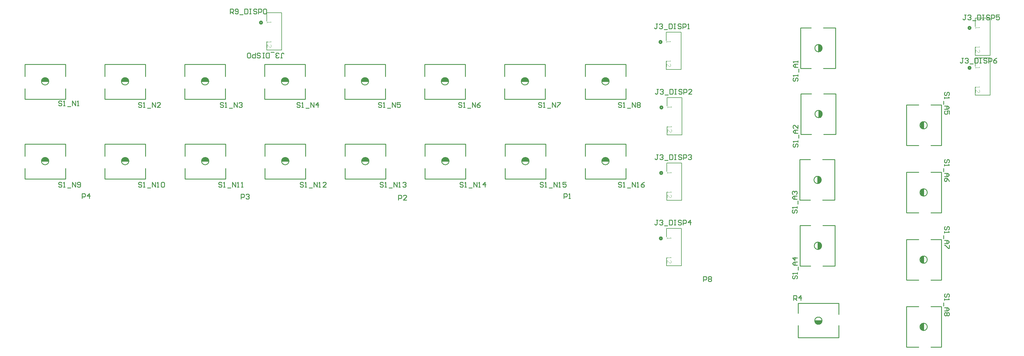
<source format=gto>
G04 Layer_Color=65535*
%FSLAX24Y24*%
%MOIN*%
G70*
G01*
G75*
%ADD10C,0.0100*%
%ADD38C,0.0200*%
%ADD39C,0.0060*%
%ADD40C,0.0030*%
D10*
X103816Y-38142D02*
G03*
X103816Y-38142I-450J0D01*
G01*
X8639Y-8617D02*
G03*
X8639Y-8617I-450J0D01*
G01*
X18482Y-8617D02*
G03*
X18482Y-8617I-450J0D01*
G01*
X28324Y-8617D02*
G03*
X28324Y-8617I-450J0D01*
G01*
X38167Y-8617D02*
G03*
X38167Y-8617I-450J0D01*
G01*
X48009Y-8617D02*
G03*
X48009Y-8617I-450J0D01*
G01*
X57852D02*
G03*
X57852Y-8617I-450J0D01*
G01*
X67694D02*
G03*
X67694Y-8617I-450J0D01*
G01*
X77606Y-8617D02*
G03*
X77606Y-8617I-450J0D01*
G01*
X8639Y-18459D02*
G03*
X8639Y-18459I-450J0D01*
G01*
X18491Y-18459D02*
G03*
X18491Y-18459I-450J0D01*
G01*
X28344D02*
G03*
X28344Y-18459I-450J0D01*
G01*
X38196D02*
G03*
X38196Y-18459I-450J0D01*
G01*
X77606Y-18459D02*
G03*
X77606Y-18459I-450J0D01*
G01*
X67753Y-18459D02*
G03*
X67753Y-18459I-450J0D01*
G01*
X57901D02*
G03*
X57901Y-18459I-450J0D01*
G01*
X48048D02*
G03*
X48048Y-18459I-450J0D01*
G01*
X116763Y-38898D02*
G03*
X116763Y-38898I-450J0D01*
G01*
Y-30612D02*
G03*
X116763Y-30612I-450J0D01*
G01*
X116763Y-22325D02*
G03*
X116763Y-22325I-450J0D01*
G01*
X116763Y-14039D02*
G03*
X116763Y-14039I-450J0D01*
G01*
X103762Y-28898D02*
G03*
X103762Y-28898I-450J0D01*
G01*
X103723Y-20774D02*
G03*
X103723Y-20774I-450J0D01*
G01*
X103841Y-12651D02*
G03*
X103841Y-12651I-450J0D01*
G01*
X103831Y-4528D02*
G03*
X103831Y-4528I-450J0D01*
G01*
X105866Y-40242D02*
Y-38742D01*
X100866Y-40242D02*
Y-38742D01*
Y-37242D02*
Y-35984D01*
X105866D01*
Y-37362D02*
Y-35984D01*
X100866Y-40242D02*
X105866D01*
X102916Y-38142D02*
X103816D01*
X102916D02*
X102966Y-38242D01*
X103766D01*
X103716Y-38342D02*
X103766Y-38242D01*
X102966Y-38342D02*
X103716D01*
X102966D02*
X103066Y-38442D01*
X103666D01*
X103516Y-38492D02*
X103666Y-38442D01*
X103166Y-38492D02*
X103516D01*
X8039Y-8267D02*
X8389D01*
X7889Y-8317D02*
X8039Y-8267D01*
X7889Y-8317D02*
X8489D01*
X8589Y-8417D01*
X7839D02*
X8589D01*
X7789Y-8517D02*
X7839Y-8417D01*
X7789Y-8517D02*
X8589D01*
X8639Y-8617D01*
X7739D02*
X8639D01*
X5689Y-6517D02*
X10689D01*
X5689Y-10817D02*
Y-9517D01*
Y-10817D02*
X10689D01*
Y-9517D01*
Y-8017D02*
Y-6517D01*
X5689Y-8017D02*
Y-6517D01*
X17881Y-8267D02*
X18232D01*
X17731Y-8317D02*
X17881Y-8267D01*
X17731Y-8317D02*
X18332D01*
X18432Y-8417D01*
X17681D02*
X18432D01*
X17631Y-8517D02*
X17681Y-8417D01*
X17631Y-8517D02*
X18432D01*
X18482Y-8617D01*
X17581D02*
X18482D01*
X15532Y-6517D02*
X20531D01*
X15532Y-10817D02*
Y-9517D01*
Y-10817D02*
X20531D01*
Y-9517D01*
Y-8017D02*
Y-6517D01*
X15532Y-8017D02*
Y-6517D01*
X27724Y-8267D02*
X28074D01*
X27574Y-8317D02*
X27724Y-8267D01*
X27574Y-8317D02*
X28174D01*
X28274Y-8417D01*
X27524D02*
X28274D01*
X27474Y-8517D02*
X27524Y-8417D01*
X27474Y-8517D02*
X28274D01*
X28324Y-8617D01*
X27424D02*
X28324D01*
X25374Y-6517D02*
X30374D01*
X25374Y-10817D02*
Y-9517D01*
Y-10817D02*
X30374D01*
Y-9517D01*
Y-8017D02*
Y-6517D01*
X25374Y-8017D02*
Y-6517D01*
X37567Y-8267D02*
X37917D01*
X37417Y-8317D02*
X37567Y-8267D01*
X37417Y-8317D02*
X38017D01*
X38117Y-8417D01*
X37367D02*
X38117D01*
X37317Y-8517D02*
X37367Y-8417D01*
X37317Y-8517D02*
X38117D01*
X38167Y-8617D01*
X37267D02*
X38167D01*
X35217Y-6517D02*
X40217D01*
X35217Y-10817D02*
Y-9517D01*
Y-10817D02*
X40217D01*
Y-9517D01*
Y-8017D02*
Y-6517D01*
X35217Y-8017D02*
Y-6517D01*
X47409Y-8267D02*
X47759D01*
X47259Y-8317D02*
X47409Y-8267D01*
X47259Y-8317D02*
X47859D01*
X47959Y-8417D01*
X47209D02*
X47959D01*
X47159Y-8517D02*
X47209Y-8417D01*
X47159Y-8517D02*
X47959D01*
X48009Y-8617D01*
X47109D02*
X48009D01*
X45059Y-6517D02*
X50059D01*
X45059Y-10817D02*
Y-9517D01*
Y-10817D02*
X50059D01*
Y-9517D01*
Y-8017D02*
Y-6517D01*
X45059Y-8017D02*
Y-6517D01*
X57252Y-8267D02*
X57602D01*
X57102Y-8317D02*
X57252Y-8267D01*
X57102Y-8317D02*
X57702D01*
X57802Y-8417D01*
X57052D02*
X57802D01*
X57002Y-8517D02*
X57052Y-8417D01*
X57002Y-8517D02*
X57802D01*
X57852Y-8617D01*
X56952D02*
X57852D01*
X54902Y-6517D02*
X59902D01*
X54902Y-10817D02*
Y-9517D01*
Y-10817D02*
X59902D01*
Y-9517D01*
Y-8017D02*
Y-6517D01*
X54902Y-8017D02*
Y-6517D01*
X67094Y-8267D02*
X67444D01*
X66944Y-8317D02*
X67094Y-8267D01*
X66944Y-8317D02*
X67544D01*
X67644Y-8417D01*
X66894D02*
X67644D01*
X66844Y-8517D02*
X66894Y-8417D01*
X66844Y-8517D02*
X67644D01*
X67694Y-8617D01*
X66794D02*
X67694D01*
X64744Y-6517D02*
X69744D01*
X64744Y-10817D02*
Y-9517D01*
Y-10817D02*
X69744D01*
Y-9517D01*
Y-8017D02*
Y-6517D01*
X64744Y-8017D02*
Y-6517D01*
X77006Y-8267D02*
X77356D01*
X76856Y-8317D02*
X77006Y-8267D01*
X76856Y-8317D02*
X77456D01*
X77556Y-8417D01*
X76806D02*
X77556D01*
X76756Y-8517D02*
X76806Y-8417D01*
X76756Y-8517D02*
X77556D01*
X77606Y-8617D01*
X76706D02*
X77606D01*
X74656Y-6517D02*
X79656D01*
X74656Y-10817D02*
Y-9517D01*
Y-10817D02*
X79656D01*
Y-9517D01*
Y-8017D02*
Y-6517D01*
X74656Y-8017D02*
Y-6517D01*
X8039Y-18109D02*
X8389D01*
X7889Y-18159D02*
X8039Y-18109D01*
X7889Y-18159D02*
X8489D01*
X8589Y-18259D01*
X7839D02*
X8589D01*
X7789Y-18359D02*
X7839Y-18259D01*
X7789Y-18359D02*
X8589D01*
X8639Y-18459D01*
X7739D02*
X8639D01*
X5689Y-16359D02*
X10689D01*
X5689Y-20659D02*
Y-19359D01*
Y-20659D02*
X10689D01*
Y-19359D01*
Y-17859D02*
Y-16359D01*
X5689Y-17859D02*
Y-16359D01*
X17891Y-18109D02*
X18241D01*
X17741Y-18159D02*
X17891Y-18109D01*
X17741Y-18159D02*
X18341D01*
X18441Y-18259D01*
X17691D02*
X18441D01*
X17641Y-18359D02*
X17691Y-18259D01*
X17641Y-18359D02*
X18441D01*
X18491Y-18459D01*
X17591D02*
X18491D01*
X15541Y-16359D02*
X20541D01*
X15541Y-20659D02*
Y-19359D01*
Y-20659D02*
X20541D01*
Y-19359D01*
Y-17859D02*
Y-16359D01*
X15541Y-17859D02*
Y-16359D01*
X27744Y-18109D02*
X28094D01*
X27594Y-18159D02*
X27744Y-18109D01*
X27594Y-18159D02*
X28194D01*
X28294Y-18259D01*
X27544D02*
X28294D01*
X27494Y-18359D02*
X27544Y-18259D01*
X27494Y-18359D02*
X28294D01*
X28344Y-18459D01*
X27444D02*
X28344D01*
X25394Y-16359D02*
X30394D01*
X25394Y-20659D02*
Y-19359D01*
Y-20659D02*
X30394D01*
Y-19359D01*
Y-17859D02*
Y-16359D01*
X25394Y-17859D02*
Y-16359D01*
X37596Y-18109D02*
X37946D01*
X37446Y-18159D02*
X37596Y-18109D01*
X37446Y-18159D02*
X38046D01*
X38146Y-18259D01*
X37396D02*
X38146D01*
X37346Y-18359D02*
X37396Y-18259D01*
X37346Y-18359D02*
X38146D01*
X38196Y-18459D01*
X37296D02*
X38196D01*
X35246Y-16359D02*
X40246D01*
X35246Y-20659D02*
Y-19359D01*
Y-20659D02*
X40246D01*
Y-19359D01*
Y-17859D02*
Y-16359D01*
X35246Y-17859D02*
Y-16359D01*
X77006Y-18109D02*
X77356D01*
X76856Y-18159D02*
X77006Y-18109D01*
X76856Y-18159D02*
X77456D01*
X77556Y-18259D01*
X76806D02*
X77556D01*
X76756Y-18359D02*
X76806Y-18259D01*
X76756Y-18359D02*
X77556D01*
X77606Y-18459D01*
X76706D02*
X77606D01*
X74656Y-16359D02*
X79656D01*
X74656Y-20659D02*
Y-19359D01*
Y-20659D02*
X79656D01*
Y-19359D01*
Y-17859D02*
Y-16359D01*
X74656Y-17859D02*
Y-16359D01*
X67153Y-18109D02*
X67503D01*
X67003Y-18159D02*
X67153Y-18109D01*
X67003Y-18159D02*
X67603D01*
X67703Y-18259D01*
X66953D02*
X67703D01*
X66903Y-18359D02*
X66953Y-18259D01*
X66903Y-18359D02*
X67703D01*
X67753Y-18459D01*
X66853D02*
X67753D01*
X64803Y-16359D02*
X69803D01*
X64803Y-20659D02*
Y-19359D01*
Y-20659D02*
X69803D01*
Y-19359D01*
Y-17859D02*
Y-16359D01*
X64803Y-17859D02*
Y-16359D01*
X57301Y-18109D02*
X57651D01*
X57151Y-18159D02*
X57301Y-18109D01*
X57151Y-18159D02*
X57751D01*
X57851Y-18259D01*
X57101D02*
X57851D01*
X57051Y-18359D02*
X57101Y-18259D01*
X57051Y-18359D02*
X57851D01*
X57901Y-18459D01*
X57001D02*
X57901D01*
X54951Y-16359D02*
X59951D01*
X54951Y-20659D02*
Y-19359D01*
Y-20659D02*
X59951D01*
Y-19359D01*
Y-17859D02*
Y-16359D01*
X54951Y-17859D02*
Y-16359D01*
X47448Y-18109D02*
X47798D01*
X47298Y-18159D02*
X47448Y-18109D01*
X47298Y-18159D02*
X47898D01*
X47998Y-18259D01*
X47248D02*
X47998D01*
X47198Y-18359D02*
X47248Y-18259D01*
X47198Y-18359D02*
X47998D01*
X48048Y-18459D01*
X47148D02*
X48048D01*
X45098Y-16359D02*
X50098D01*
X45098Y-20659D02*
Y-19359D01*
Y-20659D02*
X50098D01*
Y-19359D01*
Y-17859D02*
Y-16359D01*
X45098Y-17859D02*
Y-16359D01*
X115963Y-39048D02*
Y-38698D01*
Y-39048D02*
X116013Y-39198D01*
Y-38598D01*
X116113Y-38498D01*
Y-39248D02*
Y-38498D01*
Y-39248D02*
X116213Y-39298D01*
Y-38498D01*
X116313Y-38448D01*
Y-39348D02*
Y-38448D01*
X114213Y-41398D02*
Y-36398D01*
X117213Y-41398D02*
X118513D01*
Y-36398D01*
X117213D02*
X118513D01*
X114213D02*
X115713D01*
X114213Y-41398D02*
X115713D01*
X115963Y-30762D02*
Y-30412D01*
Y-30762D02*
X116013Y-30912D01*
Y-30312D01*
X116113Y-30212D01*
Y-30962D02*
Y-30212D01*
Y-30962D02*
X116213Y-31012D01*
Y-30212D01*
X116313Y-30162D01*
Y-31062D02*
Y-30162D01*
X114213Y-33112D02*
Y-28112D01*
X117213Y-33112D02*
X118513D01*
Y-28112D01*
X117213D02*
X118513D01*
X114213D02*
X115713D01*
X114213Y-33112D02*
X115713D01*
X115963Y-22475D02*
Y-22125D01*
Y-22475D02*
X116013Y-22625D01*
Y-22025D01*
X116113Y-21925D01*
Y-22675D02*
Y-21925D01*
Y-22675D02*
X116213Y-22725D01*
Y-21925D01*
X116313Y-21875D01*
Y-22775D02*
Y-21875D01*
X114213Y-24825D02*
Y-19825D01*
X117213Y-24825D02*
X118513D01*
Y-19825D01*
X117213D02*
X118513D01*
X114213D02*
X115713D01*
X114213Y-24825D02*
X115713D01*
X115963Y-14189D02*
Y-13839D01*
Y-14189D02*
X116013Y-14339D01*
Y-13739D01*
X116113Y-13639D01*
Y-14389D02*
Y-13639D01*
Y-14389D02*
X116213Y-14439D01*
Y-13639D01*
X116313Y-13589D01*
Y-14489D02*
Y-13589D01*
X114213Y-16539D02*
Y-11539D01*
X117213Y-16539D02*
X118513D01*
Y-11539D01*
X117213D02*
X118513D01*
X114213D02*
X115713D01*
X114213Y-16539D02*
X115713D01*
X103662Y-29098D02*
Y-28748D01*
X103612Y-28598D02*
X103662Y-28748D01*
X103612Y-29198D02*
Y-28598D01*
X103512Y-29298D02*
X103612Y-29198D01*
X103512Y-29298D02*
Y-28548D01*
X103412Y-28498D02*
X103512Y-28548D01*
X103412Y-29298D02*
Y-28498D01*
X103312Y-29348D02*
X103412Y-29298D01*
X103312Y-29348D02*
Y-28448D01*
X105412Y-31398D02*
Y-26398D01*
X101112D02*
X102412D01*
X101112Y-31398D02*
Y-26398D01*
Y-31398D02*
X102412D01*
X103912D02*
X105412D01*
X103912Y-26398D02*
X105412D01*
X103623Y-20974D02*
Y-20624D01*
X103573Y-20474D02*
X103623Y-20624D01*
X103573Y-21074D02*
Y-20474D01*
X103473Y-21174D02*
X103573Y-21074D01*
X103473Y-21174D02*
Y-20424D01*
X103373Y-20374D02*
X103473Y-20424D01*
X103373Y-21174D02*
Y-20374D01*
X103273Y-21224D02*
X103373Y-21174D01*
X103273Y-21224D02*
Y-20324D01*
X105373Y-23274D02*
Y-18274D01*
X101073D02*
X102373D01*
X101073Y-23274D02*
Y-18274D01*
Y-23274D02*
X102373D01*
X103873D02*
X105373D01*
X103873Y-18274D02*
X105373D01*
X103741Y-12851D02*
Y-12501D01*
X103691Y-12351D02*
X103741Y-12501D01*
X103691Y-12951D02*
Y-12351D01*
X103591Y-13051D02*
X103691Y-12951D01*
X103591Y-13051D02*
Y-12301D01*
X103491Y-12251D02*
X103591Y-12301D01*
X103491Y-13051D02*
Y-12251D01*
X103391Y-13101D02*
X103491Y-13051D01*
X103391Y-13101D02*
Y-12201D01*
X105491Y-15151D02*
Y-10151D01*
X101191D02*
X102491D01*
X101191Y-15151D02*
Y-10151D01*
Y-15151D02*
X102491D01*
X103991D02*
X105491D01*
X103991Y-10151D02*
X105491D01*
X103731Y-4728D02*
Y-4378D01*
X103681Y-4228D02*
X103731Y-4378D01*
X103681Y-4828D02*
Y-4228D01*
X103581Y-4928D02*
X103681Y-4828D01*
X103581Y-4928D02*
Y-4178D01*
X103481Y-4128D02*
X103581Y-4178D01*
X103481Y-4928D02*
Y-4128D01*
X103381Y-4978D02*
X103481Y-4928D01*
X103381Y-4978D02*
Y-4078D01*
X105481Y-7028D02*
Y-2028D01*
X101181D02*
X102481D01*
X101181Y-7028D02*
Y-2028D01*
Y-7028D02*
X102481D01*
X103981D02*
X105481D01*
X103981Y-2028D02*
X105481D01*
X100302Y-35634D02*
Y-35035D01*
X100602D01*
X100702Y-35135D01*
Y-35335D01*
X100602Y-35434D01*
X100302D01*
X100502D02*
X100702Y-35634D01*
X101202D02*
Y-35035D01*
X100902Y-35335D01*
X101302D01*
X37159Y-5718D02*
X37359D01*
X37259D01*
Y-5218D01*
X37359Y-5118D01*
X37459D01*
X37559Y-5218D01*
X36959Y-5618D02*
X36859Y-5718D01*
X36659D01*
X36559Y-5618D01*
Y-5518D01*
X36659Y-5418D01*
X36759D01*
X36659D01*
X36559Y-5318D01*
Y-5218D01*
X36659Y-5118D01*
X36859D01*
X36959Y-5218D01*
X36359Y-5018D02*
X35960D01*
X35760Y-5718D02*
Y-5118D01*
X35460D01*
X35360Y-5218D01*
Y-5618D01*
X35460Y-5718D01*
X35760D01*
X35160D02*
X34960D01*
X35060D01*
Y-5118D01*
X35160D01*
X34960D01*
X34260Y-5618D02*
X34360Y-5718D01*
X34560D01*
X34660Y-5618D01*
Y-5518D01*
X34560Y-5418D01*
X34360D01*
X34260Y-5318D01*
Y-5218D01*
X34360Y-5118D01*
X34560D01*
X34660Y-5218D01*
X34060Y-5118D02*
Y-5718D01*
X33760D01*
X33660Y-5618D01*
Y-5418D01*
X33760Y-5318D01*
X34060D01*
X33460Y-5618D02*
X33360Y-5718D01*
X33160D01*
X33061Y-5618D01*
Y-5218D01*
X33160Y-5118D01*
X33360D01*
X33460Y-5218D01*
Y-5618D01*
X83559Y-1516D02*
X83359D01*
X83459D01*
Y-2016D01*
X83359Y-2116D01*
X83259D01*
X83159Y-2016D01*
X83759Y-1616D02*
X83859Y-1516D01*
X84059D01*
X84159Y-1616D01*
Y-1716D01*
X84059Y-1816D01*
X83959D01*
X84059D01*
X84159Y-1916D01*
Y-2016D01*
X84059Y-2116D01*
X83859D01*
X83759Y-2016D01*
X84359Y-2216D02*
X84759D01*
X84959Y-1516D02*
Y-2116D01*
X85259D01*
X85359Y-2016D01*
Y-1616D01*
X85259Y-1516D01*
X84959D01*
X85559D02*
X85759D01*
X85659D01*
Y-2116D01*
X85559D01*
X85759D01*
X86458Y-1616D02*
X86358Y-1516D01*
X86158D01*
X86059Y-1616D01*
Y-1716D01*
X86158Y-1816D01*
X86358D01*
X86458Y-1916D01*
Y-2016D01*
X86358Y-2116D01*
X86158D01*
X86059Y-2016D01*
X86658Y-2116D02*
Y-1516D01*
X86958D01*
X87058Y-1616D01*
Y-1816D01*
X86958Y-1916D01*
X86658D01*
X87258Y-2116D02*
X87458D01*
X87358D01*
Y-1516D01*
X87258Y-1616D01*
X83668Y-9590D02*
X83468D01*
X83568D01*
Y-10090D01*
X83468Y-10190D01*
X83368D01*
X83268Y-10090D01*
X83868Y-9690D02*
X83967Y-9590D01*
X84167D01*
X84267Y-9690D01*
Y-9790D01*
X84167Y-9890D01*
X84067D01*
X84167D01*
X84267Y-9990D01*
Y-10090D01*
X84167Y-10190D01*
X83967D01*
X83868Y-10090D01*
X84467Y-10290D02*
X84867D01*
X85067Y-9590D02*
Y-10190D01*
X85367D01*
X85467Y-10090D01*
Y-9690D01*
X85367Y-9590D01*
X85067D01*
X85667D02*
X85867D01*
X85767D01*
Y-10190D01*
X85667D01*
X85867D01*
X86567Y-9690D02*
X86467Y-9590D01*
X86267D01*
X86167Y-9690D01*
Y-9790D01*
X86267Y-9890D01*
X86467D01*
X86567Y-9990D01*
Y-10090D01*
X86467Y-10190D01*
X86267D01*
X86167Y-10090D01*
X86767Y-10190D02*
Y-9590D01*
X87066D01*
X87166Y-9690D01*
Y-9890D01*
X87066Y-9990D01*
X86767D01*
X87766Y-10190D02*
X87366D01*
X87766Y-9790D01*
Y-9690D01*
X87666Y-9590D01*
X87466D01*
X87366Y-9690D01*
X83638Y-17664D02*
X83438D01*
X83538D01*
Y-18164D01*
X83438Y-18264D01*
X83338D01*
X83238Y-18164D01*
X83838Y-17764D02*
X83938Y-17664D01*
X84138D01*
X84238Y-17764D01*
Y-17864D01*
X84138Y-17964D01*
X84038D01*
X84138D01*
X84238Y-18064D01*
Y-18164D01*
X84138Y-18264D01*
X83938D01*
X83838Y-18164D01*
X84438Y-18364D02*
X84838D01*
X85038Y-17664D02*
Y-18264D01*
X85338D01*
X85437Y-18164D01*
Y-17764D01*
X85338Y-17664D01*
X85038D01*
X85637D02*
X85837D01*
X85737D01*
Y-18264D01*
X85637D01*
X85837D01*
X86537Y-17764D02*
X86437Y-17664D01*
X86237D01*
X86137Y-17764D01*
Y-17864D01*
X86237Y-17964D01*
X86437D01*
X86537Y-18064D01*
Y-18164D01*
X86437Y-18264D01*
X86237D01*
X86137Y-18164D01*
X86737Y-18264D02*
Y-17664D01*
X87037D01*
X87137Y-17764D01*
Y-17964D01*
X87037Y-18064D01*
X86737D01*
X87337Y-17764D02*
X87437Y-17664D01*
X87637D01*
X87737Y-17764D01*
Y-17864D01*
X87637Y-17964D01*
X87537D01*
X87637D01*
X87737Y-18064D01*
Y-18164D01*
X87637Y-18264D01*
X87437D01*
X87337Y-18164D01*
X83599Y-25738D02*
X83399D01*
X83499D01*
Y-26238D01*
X83399Y-26338D01*
X83299D01*
X83199Y-26238D01*
X83799Y-25838D02*
X83899Y-25738D01*
X84099D01*
X84199Y-25838D01*
Y-25938D01*
X84099Y-26038D01*
X83999D01*
X84099D01*
X84199Y-26138D01*
Y-26238D01*
X84099Y-26338D01*
X83899D01*
X83799Y-26238D01*
X84398Y-26438D02*
X84798D01*
X84998Y-25738D02*
Y-26338D01*
X85298D01*
X85398Y-26238D01*
Y-25838D01*
X85298Y-25738D01*
X84998D01*
X85598D02*
X85798D01*
X85698D01*
Y-26338D01*
X85598D01*
X85798D01*
X86498Y-25838D02*
X86398Y-25738D01*
X86198D01*
X86098Y-25838D01*
Y-25938D01*
X86198Y-26038D01*
X86398D01*
X86498Y-26138D01*
Y-26238D01*
X86398Y-26338D01*
X86198D01*
X86098Y-26238D01*
X86698Y-26338D02*
Y-25738D01*
X86998D01*
X87098Y-25838D01*
Y-26038D01*
X86998Y-26138D01*
X86698D01*
X87597Y-26338D02*
Y-25738D01*
X87297Y-26038D01*
X87697D01*
X121532Y-434D02*
X121332D01*
X121432D01*
Y-934D01*
X121332Y-1033D01*
X121232D01*
X121132Y-934D01*
X121732Y-534D02*
X121832Y-434D01*
X122032D01*
X122132Y-534D01*
Y-634D01*
X122032Y-734D01*
X121932D01*
X122032D01*
X122132Y-834D01*
Y-934D01*
X122032Y-1033D01*
X121832D01*
X121732Y-934D01*
X122331Y-1133D02*
X122731D01*
X122931Y-434D02*
Y-1033D01*
X123231D01*
X123331Y-934D01*
Y-534D01*
X123231Y-434D01*
X122931D01*
X123531D02*
X123731D01*
X123631D01*
Y-1033D01*
X123531D01*
X123731D01*
X124431Y-534D02*
X124331Y-434D01*
X124131D01*
X124031Y-534D01*
Y-634D01*
X124131Y-734D01*
X124331D01*
X124431Y-834D01*
Y-934D01*
X124331Y-1033D01*
X124131D01*
X124031Y-934D01*
X124631Y-1033D02*
Y-434D01*
X124931D01*
X125031Y-534D01*
Y-734D01*
X124931Y-834D01*
X124631D01*
X125630Y-434D02*
X125231D01*
Y-734D01*
X125430Y-634D01*
X125530D01*
X125630Y-734D01*
Y-934D01*
X125530Y-1033D01*
X125331D01*
X125231Y-934D01*
X121197Y-5749D02*
X120997D01*
X121097D01*
Y-6248D01*
X120997Y-6348D01*
X120897D01*
X120797Y-6248D01*
X121397Y-5849D02*
X121497Y-5749D01*
X121697D01*
X121797Y-5849D01*
Y-5949D01*
X121697Y-6049D01*
X121597D01*
X121697D01*
X121797Y-6148D01*
Y-6248D01*
X121697Y-6348D01*
X121497D01*
X121397Y-6248D01*
X121997Y-6448D02*
X122397D01*
X122597Y-5749D02*
Y-6348D01*
X122897D01*
X122997Y-6248D01*
Y-5849D01*
X122897Y-5749D01*
X122597D01*
X123196D02*
X123396D01*
X123296D01*
Y-6348D01*
X123196D01*
X123396D01*
X124096Y-5849D02*
X123996Y-5749D01*
X123796D01*
X123696Y-5849D01*
Y-5949D01*
X123796Y-6049D01*
X123996D01*
X124096Y-6148D01*
Y-6248D01*
X123996Y-6348D01*
X123796D01*
X123696Y-6248D01*
X124296Y-6348D02*
Y-5749D01*
X124596D01*
X124696Y-5849D01*
Y-6049D01*
X124596Y-6148D01*
X124296D01*
X125296Y-5749D02*
X125096Y-5849D01*
X124896Y-6049D01*
Y-6248D01*
X124996Y-6348D01*
X125196D01*
X125296Y-6248D01*
Y-6148D01*
X125196Y-6049D01*
X124896D01*
X89188Y-33290D02*
Y-32690D01*
X89488D01*
X89588Y-32790D01*
Y-32990D01*
X89488Y-33090D01*
X89188D01*
X89788Y-32790D02*
X89888Y-32690D01*
X90088D01*
X90188Y-32790D01*
Y-32890D01*
X90088Y-32990D01*
X90188Y-33090D01*
Y-33190D01*
X90088Y-33290D01*
X89888D01*
X89788Y-33190D01*
Y-33090D01*
X89888Y-32990D01*
X89788Y-32890D01*
Y-32790D01*
X89888Y-32990D02*
X90088D01*
X30955Y-296D02*
Y304D01*
X31255D01*
X31355Y204D01*
Y4D01*
X31255Y-96D01*
X30955D01*
X31155D02*
X31355Y-296D01*
X31555Y-196D02*
X31655Y-296D01*
X31854D01*
X31954Y-196D01*
Y204D01*
X31854Y304D01*
X31655D01*
X31555Y204D01*
Y104D01*
X31655Y4D01*
X31954D01*
X32154Y-396D02*
X32554D01*
X32754Y304D02*
Y-296D01*
X33054D01*
X33154Y-196D01*
Y204D01*
X33054Y304D01*
X32754D01*
X33354D02*
X33554D01*
X33454D01*
Y-296D01*
X33354D01*
X33554D01*
X34254Y204D02*
X34154Y304D01*
X33954D01*
X33854Y204D01*
Y104D01*
X33954Y4D01*
X34154D01*
X34254Y-96D01*
Y-196D01*
X34154Y-296D01*
X33954D01*
X33854Y-196D01*
X34454Y-296D02*
Y304D01*
X34753D01*
X34853Y204D01*
Y4D01*
X34753Y-96D01*
X34454D01*
X35053Y204D02*
X35153Y304D01*
X35353D01*
X35453Y204D01*
Y-196D01*
X35353Y-296D01*
X35153D01*
X35053Y-196D01*
Y204D01*
X100336Y-8206D02*
X100236Y-8306D01*
Y-8506D01*
X100336Y-8606D01*
X100436D01*
X100536Y-8506D01*
Y-8306D01*
X100635Y-8206D01*
X100735D01*
X100835Y-8306D01*
Y-8506D01*
X100735Y-8606D01*
X100835Y-8006D02*
Y-7807D01*
Y-7907D01*
X100236D01*
X100336Y-8006D01*
X100935Y-7507D02*
Y-7107D01*
X100835Y-6907D02*
X100436D01*
X100236Y-6707D01*
X100436Y-6507D01*
X100835D01*
X100536D01*
Y-6907D01*
X100835Y-6307D02*
Y-6107D01*
Y-6207D01*
X100236D01*
X100336Y-6307D01*
X100345Y-16330D02*
X100245Y-16430D01*
Y-16630D01*
X100345Y-16730D01*
X100445D01*
X100545Y-16630D01*
Y-16430D01*
X100645Y-16330D01*
X100745D01*
X100845Y-16430D01*
Y-16630D01*
X100745Y-16730D01*
X100845Y-16130D02*
Y-15930D01*
Y-16030D01*
X100245D01*
X100345Y-16130D01*
X100945Y-15630D02*
Y-15230D01*
X100845Y-15030D02*
X100445D01*
X100245Y-14830D01*
X100445Y-14630D01*
X100845D01*
X100545D01*
Y-15030D01*
X100845Y-14031D02*
Y-14430D01*
X100445Y-14031D01*
X100345D01*
X100245Y-14131D01*
Y-14330D01*
X100345Y-14430D01*
X100227Y-24453D02*
X100127Y-24553D01*
Y-24753D01*
X100227Y-24853D01*
X100327D01*
X100427Y-24753D01*
Y-24553D01*
X100527Y-24453D01*
X100627D01*
X100727Y-24553D01*
Y-24753D01*
X100627Y-24853D01*
X100727Y-24253D02*
Y-24053D01*
Y-24153D01*
X100127D01*
X100227Y-24253D01*
X100827Y-23753D02*
Y-23354D01*
X100727Y-23154D02*
X100327D01*
X100127Y-22954D01*
X100327Y-22754D01*
X100727D01*
X100427D01*
Y-23154D01*
X100227Y-22554D02*
X100127Y-22454D01*
Y-22254D01*
X100227Y-22154D01*
X100327D01*
X100427Y-22254D01*
Y-22354D01*
Y-22254D01*
X100527Y-22154D01*
X100627D01*
X100727Y-22254D01*
Y-22454D01*
X100627Y-22554D01*
X100267Y-32577D02*
X100167Y-32676D01*
Y-32876D01*
X100267Y-32976D01*
X100367D01*
X100467Y-32876D01*
Y-32676D01*
X100567Y-32577D01*
X100667D01*
X100767Y-32676D01*
Y-32876D01*
X100667Y-32976D01*
X100767Y-32377D02*
Y-32177D01*
Y-32277D01*
X100167D01*
X100267Y-32377D01*
X100866Y-31877D02*
Y-31477D01*
X100767Y-31277D02*
X100367D01*
X100167Y-31077D01*
X100367Y-30877D01*
X100767D01*
X100467D01*
Y-31277D01*
X100767Y-30377D02*
X100167D01*
X100467Y-30677D01*
Y-30277D01*
X119358Y-10361D02*
X119458Y-10261D01*
Y-10061D01*
X119358Y-9961D01*
X119258D01*
X119158Y-10061D01*
Y-10261D01*
X119058Y-10361D01*
X118958D01*
X118858Y-10261D01*
Y-10061D01*
X118958Y-9961D01*
X118858Y-10560D02*
Y-10760D01*
Y-10660D01*
X119458D01*
X119358Y-10560D01*
X118758Y-11060D02*
Y-11460D01*
X118858Y-11660D02*
X119258D01*
X119458Y-11860D01*
X119258Y-12060D01*
X118858D01*
X119158D01*
Y-11660D01*
X119458Y-12660D02*
Y-12260D01*
X119158D01*
X119258Y-12460D01*
Y-12560D01*
X119158Y-12660D01*
X118958D01*
X118858Y-12560D01*
Y-12360D01*
X118958Y-12260D01*
X119358Y-18647D02*
X119458Y-18547D01*
Y-18347D01*
X119358Y-18247D01*
X119258D01*
X119158Y-18347D01*
Y-18547D01*
X119058Y-18647D01*
X118958D01*
X118858Y-18547D01*
Y-18347D01*
X118958Y-18247D01*
X118858Y-18847D02*
Y-19046D01*
Y-18946D01*
X119458D01*
X119358Y-18847D01*
X118758Y-19346D02*
Y-19746D01*
X118858Y-19946D02*
X119258D01*
X119458Y-20146D01*
X119258Y-20346D01*
X118858D01*
X119158D01*
Y-19946D01*
X119458Y-20946D02*
X119358Y-20746D01*
X119158Y-20546D01*
X118958D01*
X118858Y-20646D01*
Y-20846D01*
X118958Y-20946D01*
X119058D01*
X119158Y-20846D01*
Y-20546D01*
X119358Y-26933D02*
X119458Y-26833D01*
Y-26633D01*
X119358Y-26533D01*
X119258D01*
X119158Y-26633D01*
Y-26833D01*
X119058Y-26933D01*
X118958D01*
X118858Y-26833D01*
Y-26633D01*
X118958Y-26533D01*
X118858Y-27133D02*
Y-27333D01*
Y-27233D01*
X119458D01*
X119358Y-27133D01*
X118758Y-27632D02*
Y-28032D01*
X118858Y-28232D02*
X119258D01*
X119458Y-28432D01*
X119258Y-28632D01*
X118858D01*
X119158D01*
Y-28232D01*
X119458Y-28832D02*
Y-29232D01*
X119358D01*
X118958Y-28832D01*
X118858D01*
X119358Y-35219D02*
X119458Y-35119D01*
Y-34919D01*
X119358Y-34819D01*
X119258D01*
X119158Y-34919D01*
Y-35119D01*
X119058Y-35219D01*
X118958D01*
X118858Y-35119D01*
Y-34919D01*
X118958Y-34819D01*
X118858Y-35419D02*
Y-35619D01*
Y-35519D01*
X119458D01*
X119358Y-35419D01*
X118758Y-35919D02*
Y-36318D01*
X118858Y-36518D02*
X119258D01*
X119458Y-36718D01*
X119258Y-36918D01*
X118858D01*
X119158D01*
Y-36518D01*
X119358Y-37118D02*
X119458Y-37218D01*
Y-37418D01*
X119358Y-37518D01*
X119258D01*
X119158Y-37418D01*
X119058Y-37518D01*
X118958D01*
X118858Y-37418D01*
Y-37218D01*
X118958Y-37118D01*
X119058D01*
X119158Y-37218D01*
X119258Y-37118D01*
X119358D01*
X119158Y-37218D02*
Y-37418D01*
X10242Y-11114D02*
X10142Y-11014D01*
X9942D01*
X9843Y-11114D01*
Y-11214D01*
X9942Y-11314D01*
X10142D01*
X10242Y-11414D01*
Y-11514D01*
X10142Y-11614D01*
X9942D01*
X9843Y-11514D01*
X10442Y-11614D02*
X10642D01*
X10542D01*
Y-11014D01*
X10442Y-11114D01*
X10942Y-11714D02*
X11342D01*
X11542Y-11614D02*
Y-11014D01*
X11942Y-11614D01*
Y-11014D01*
X12142Y-11614D02*
X12342D01*
X12242D01*
Y-11014D01*
X12142Y-11114D01*
X20085Y-11311D02*
X19985Y-11211D01*
X19785D01*
X19685Y-11311D01*
Y-11411D01*
X19785Y-11511D01*
X19985D01*
X20085Y-11611D01*
Y-11711D01*
X19985Y-11811D01*
X19785D01*
X19685Y-11711D01*
X20285Y-11811D02*
X20485D01*
X20385D01*
Y-11211D01*
X20285Y-11311D01*
X20785Y-11911D02*
X21185D01*
X21384Y-11811D02*
Y-11211D01*
X21784Y-11811D01*
Y-11211D01*
X22384Y-11811D02*
X21984D01*
X22384Y-11411D01*
Y-11311D01*
X22284Y-11211D01*
X22084D01*
X21984Y-11311D01*
X30124D02*
X30024Y-11211D01*
X29824D01*
X29724Y-11311D01*
Y-11411D01*
X29824Y-11511D01*
X30024D01*
X30124Y-11611D01*
Y-11711D01*
X30024Y-11811D01*
X29824D01*
X29724Y-11711D01*
X30324Y-11811D02*
X30524D01*
X30424D01*
Y-11211D01*
X30324Y-11311D01*
X30824Y-11911D02*
X31224D01*
X31424Y-11811D02*
Y-11211D01*
X31824Y-11811D01*
Y-11211D01*
X32024Y-11311D02*
X32124Y-11211D01*
X32324D01*
X32424Y-11311D01*
Y-11411D01*
X32324Y-11511D01*
X32224D01*
X32324D01*
X32424Y-11611D01*
Y-11711D01*
X32324Y-11811D01*
X32124D01*
X32024Y-11711D01*
X39573Y-11311D02*
X39473Y-11211D01*
X39273D01*
X39173Y-11311D01*
Y-11411D01*
X39273Y-11511D01*
X39473D01*
X39573Y-11611D01*
Y-11711D01*
X39473Y-11811D01*
X39273D01*
X39173Y-11711D01*
X39773Y-11811D02*
X39973D01*
X39873D01*
Y-11211D01*
X39773Y-11311D01*
X40273Y-11911D02*
X40673D01*
X40873Y-11811D02*
Y-11211D01*
X41273Y-11811D01*
Y-11211D01*
X41772Y-11811D02*
Y-11211D01*
X41472Y-11511D01*
X41872D01*
X49612Y-11311D02*
X49513Y-11211D01*
X49313D01*
X49213Y-11311D01*
Y-11411D01*
X49313Y-11511D01*
X49513D01*
X49612Y-11611D01*
Y-11711D01*
X49513Y-11811D01*
X49313D01*
X49213Y-11711D01*
X49812Y-11811D02*
X50012D01*
X49912D01*
Y-11211D01*
X49812Y-11311D01*
X50312Y-11911D02*
X50712D01*
X50912Y-11811D02*
Y-11211D01*
X51312Y-11811D01*
Y-11211D01*
X51912D02*
X51512D01*
Y-11511D01*
X51712Y-11411D01*
X51812D01*
X51912Y-11511D01*
Y-11711D01*
X51812Y-11811D01*
X51612D01*
X51512Y-11711D01*
X59455Y-11311D02*
X59355Y-11211D01*
X59155D01*
X59055Y-11311D01*
Y-11411D01*
X59155Y-11511D01*
X59355D01*
X59455Y-11611D01*
Y-11711D01*
X59355Y-11811D01*
X59155D01*
X59055Y-11711D01*
X59655Y-11811D02*
X59855D01*
X59755D01*
Y-11211D01*
X59655Y-11311D01*
X60155Y-11911D02*
X60555D01*
X60755Y-11811D02*
Y-11211D01*
X61154Y-11811D01*
Y-11211D01*
X61754D02*
X61554Y-11311D01*
X61354Y-11511D01*
Y-11711D01*
X61454Y-11811D01*
X61654D01*
X61754Y-11711D01*
Y-11611D01*
X61654Y-11511D01*
X61354D01*
X69298Y-11311D02*
X69198Y-11211D01*
X68998D01*
X68898Y-11311D01*
Y-11411D01*
X68998Y-11511D01*
X69198D01*
X69298Y-11611D01*
Y-11711D01*
X69198Y-11811D01*
X68998D01*
X68898Y-11711D01*
X69497Y-11811D02*
X69697D01*
X69597D01*
Y-11211D01*
X69497Y-11311D01*
X69997Y-11911D02*
X70397D01*
X70597Y-11811D02*
Y-11211D01*
X70997Y-11811D01*
Y-11211D01*
X71197D02*
X71597D01*
Y-11311D01*
X71197Y-11711D01*
Y-11811D01*
X79140Y-11311D02*
X79040Y-11211D01*
X78840D01*
X78740Y-11311D01*
Y-11411D01*
X78840Y-11511D01*
X79040D01*
X79140Y-11611D01*
Y-11711D01*
X79040Y-11811D01*
X78840D01*
X78740Y-11711D01*
X79340Y-11811D02*
X79540D01*
X79440D01*
Y-11211D01*
X79340Y-11311D01*
X79840Y-11911D02*
X80240D01*
X80440Y-11811D02*
Y-11211D01*
X80839Y-11811D01*
Y-11211D01*
X81039Y-11311D02*
X81139Y-11211D01*
X81339D01*
X81439Y-11311D01*
Y-11411D01*
X81339Y-11511D01*
X81439Y-11611D01*
Y-11711D01*
X81339Y-11811D01*
X81139D01*
X81039Y-11711D01*
Y-11611D01*
X81139Y-11511D01*
X81039Y-11411D01*
Y-11311D01*
X81139Y-11511D02*
X81339D01*
X10242Y-21154D02*
X10142Y-21054D01*
X9942D01*
X9843Y-21154D01*
Y-21254D01*
X9942Y-21354D01*
X10142D01*
X10242Y-21454D01*
Y-21554D01*
X10142Y-21654D01*
X9942D01*
X9843Y-21554D01*
X10442Y-21654D02*
X10642D01*
X10542D01*
Y-21054D01*
X10442Y-21154D01*
X10942Y-21754D02*
X11342D01*
X11542Y-21654D02*
Y-21054D01*
X11942Y-21654D01*
Y-21054D01*
X12142Y-21554D02*
X12242Y-21654D01*
X12442D01*
X12542Y-21554D01*
Y-21154D01*
X12442Y-21054D01*
X12242D01*
X12142Y-21154D01*
Y-21254D01*
X12242Y-21354D01*
X12542D01*
X20085Y-21154D02*
X19985Y-21054D01*
X19785D01*
X19685Y-21154D01*
Y-21254D01*
X19785Y-21354D01*
X19985D01*
X20085Y-21454D01*
Y-21554D01*
X19985Y-21654D01*
X19785D01*
X19685Y-21554D01*
X20285Y-21654D02*
X20485D01*
X20385D01*
Y-21054D01*
X20285Y-21154D01*
X20785Y-21754D02*
X21185D01*
X21384Y-21654D02*
Y-21054D01*
X21784Y-21654D01*
Y-21054D01*
X21984Y-21654D02*
X22184D01*
X22084D01*
Y-21054D01*
X21984Y-21154D01*
X22484D02*
X22584Y-21054D01*
X22784D01*
X22884Y-21154D01*
Y-21554D01*
X22784Y-21654D01*
X22584D01*
X22484Y-21554D01*
Y-21154D01*
X29927D02*
X29827Y-21054D01*
X29628D01*
X29528Y-21154D01*
Y-21254D01*
X29628Y-21354D01*
X29827D01*
X29927Y-21454D01*
Y-21554D01*
X29827Y-21654D01*
X29628D01*
X29528Y-21554D01*
X30127Y-21654D02*
X30327D01*
X30227D01*
Y-21054D01*
X30127Y-21154D01*
X30627Y-21754D02*
X31027D01*
X31227Y-21654D02*
Y-21054D01*
X31627Y-21654D01*
Y-21054D01*
X31827Y-21654D02*
X32027D01*
X31927D01*
Y-21054D01*
X31827Y-21154D01*
X32327Y-21654D02*
X32527D01*
X32427D01*
Y-21054D01*
X32327Y-21154D01*
X39967D02*
X39867Y-21054D01*
X39667D01*
X39567Y-21154D01*
Y-21254D01*
X39667Y-21354D01*
X39867D01*
X39967Y-21454D01*
Y-21554D01*
X39867Y-21654D01*
X39667D01*
X39567Y-21554D01*
X40167Y-21654D02*
X40367D01*
X40267D01*
Y-21054D01*
X40167Y-21154D01*
X40667Y-21754D02*
X41066D01*
X41266Y-21654D02*
Y-21054D01*
X41666Y-21654D01*
Y-21054D01*
X41866Y-21654D02*
X42066D01*
X41966D01*
Y-21054D01*
X41866Y-21154D01*
X42766Y-21654D02*
X42366D01*
X42766Y-21254D01*
Y-21154D01*
X42666Y-21054D01*
X42466D01*
X42366Y-21154D01*
X49809D02*
X49709Y-21054D01*
X49509D01*
X49409Y-21154D01*
Y-21254D01*
X49509Y-21354D01*
X49709D01*
X49809Y-21454D01*
Y-21554D01*
X49709Y-21654D01*
X49509D01*
X49409Y-21554D01*
X50009Y-21654D02*
X50209D01*
X50109D01*
Y-21054D01*
X50009Y-21154D01*
X50509Y-21754D02*
X50909D01*
X51109Y-21654D02*
Y-21054D01*
X51509Y-21654D01*
Y-21054D01*
X51709Y-21654D02*
X51909D01*
X51809D01*
Y-21054D01*
X51709Y-21154D01*
X52209D02*
X52309Y-21054D01*
X52508D01*
X52608Y-21154D01*
Y-21254D01*
X52508Y-21354D01*
X52408D01*
X52508D01*
X52608Y-21454D01*
Y-21554D01*
X52508Y-21654D01*
X52309D01*
X52209Y-21554D01*
X59652Y-21154D02*
X59552Y-21054D01*
X59352D01*
X59252Y-21154D01*
Y-21254D01*
X59352Y-21354D01*
X59552D01*
X59652Y-21454D01*
Y-21554D01*
X59552Y-21654D01*
X59352D01*
X59252Y-21554D01*
X59852Y-21654D02*
X60052D01*
X59952D01*
Y-21054D01*
X59852Y-21154D01*
X60352Y-21754D02*
X60751D01*
X60951Y-21654D02*
Y-21054D01*
X61351Y-21654D01*
Y-21054D01*
X61551Y-21654D02*
X61751D01*
X61651D01*
Y-21054D01*
X61551Y-21154D01*
X62351Y-21654D02*
Y-21054D01*
X62051Y-21354D01*
X62451D01*
X69494Y-21154D02*
X69394Y-21054D01*
X69194D01*
X69094Y-21154D01*
Y-21254D01*
X69194Y-21354D01*
X69394D01*
X69494Y-21454D01*
Y-21554D01*
X69394Y-21654D01*
X69194D01*
X69094Y-21554D01*
X69694Y-21654D02*
X69894D01*
X69794D01*
Y-21054D01*
X69694Y-21154D01*
X70194Y-21754D02*
X70594D01*
X70794Y-21654D02*
Y-21054D01*
X71194Y-21654D01*
Y-21054D01*
X71394Y-21654D02*
X71594D01*
X71494D01*
Y-21054D01*
X71394Y-21154D01*
X72293Y-21054D02*
X71894D01*
Y-21354D01*
X72094Y-21254D01*
X72193D01*
X72293Y-21354D01*
Y-21554D01*
X72193Y-21654D01*
X71994D01*
X71894Y-21554D01*
X79140Y-21154D02*
X79040Y-21054D01*
X78840D01*
X78740Y-21154D01*
Y-21254D01*
X78840Y-21354D01*
X79040D01*
X79140Y-21454D01*
Y-21554D01*
X79040Y-21654D01*
X78840D01*
X78740Y-21554D01*
X79340Y-21654D02*
X79540D01*
X79440D01*
Y-21054D01*
X79340Y-21154D01*
X79840Y-21754D02*
X80240D01*
X80440Y-21654D02*
Y-21054D01*
X80839Y-21654D01*
Y-21054D01*
X81039Y-21654D02*
X81239D01*
X81139D01*
Y-21054D01*
X81039Y-21154D01*
X81939Y-21054D02*
X81739Y-21154D01*
X81539Y-21354D01*
Y-21554D01*
X81639Y-21654D01*
X81839D01*
X81939Y-21554D01*
Y-21454D01*
X81839Y-21354D01*
X81539D01*
X32294Y-23121D02*
Y-22521D01*
X32594D01*
X32694Y-22621D01*
Y-22821D01*
X32594Y-22921D01*
X32294D01*
X32894Y-22621D02*
X32994Y-22521D01*
X33194D01*
X33294Y-22621D01*
Y-22721D01*
X33194Y-22821D01*
X33094D01*
X33194D01*
X33294Y-22921D01*
Y-23021D01*
X33194Y-23121D01*
X32994D01*
X32894Y-23021D01*
X51684Y-23251D02*
Y-22651D01*
X51984D01*
X52084Y-22751D01*
Y-22951D01*
X51984Y-23051D01*
X51684D01*
X52684Y-23251D02*
X52284D01*
X52684Y-22851D01*
Y-22751D01*
X52584Y-22651D01*
X52384D01*
X52284Y-22751D01*
X72034Y-23071D02*
Y-22471D01*
X72333D01*
X72433Y-22571D01*
Y-22771D01*
X72333Y-22871D01*
X72034D01*
X72633Y-23071D02*
X72833D01*
X72733D01*
Y-22471D01*
X72633Y-22571D01*
X12754Y-23051D02*
Y-22451D01*
X13054D01*
X13154Y-22551D01*
Y-22751D01*
X13054Y-22851D01*
X12754D01*
X13654Y-23051D02*
Y-22451D01*
X13354Y-22751D01*
X13754D01*
D38*
X34912Y-1378D02*
G03*
X34912Y-1378I-150J0D01*
G01*
X84085Y-3770D02*
G03*
X84085Y-3770I-150J0D01*
G01*
X84194Y-11844D02*
G03*
X84194Y-11844I-150J0D01*
G01*
X84164Y-19918D02*
G03*
X84164Y-19918I-150J0D01*
G01*
X84125Y-27992D02*
G03*
X84125Y-27992I-150J0D01*
G01*
X122117Y-2037D02*
G03*
X122117Y-2037I-150J0D01*
G01*
Y-6959D02*
G03*
X122117Y-6959I-150J0D01*
G01*
D39*
X35462Y-161D02*
X37292D01*
Y-4761D02*
Y-161D01*
X35462Y-4761D02*
X37292D01*
X35462Y-1187D02*
Y-161D01*
Y-4761D02*
Y-3734D01*
X84635Y-2552D02*
X86465D01*
Y-7152D02*
Y-2552D01*
X84635Y-7152D02*
X86465D01*
X84635Y-3579D02*
Y-2552D01*
Y-7152D02*
Y-6126D01*
X84744Y-10626D02*
X86574D01*
Y-15226D02*
Y-10626D01*
X84744Y-15226D02*
X86574D01*
X84744Y-11653D02*
Y-10626D01*
Y-15226D02*
Y-14200D01*
X84714Y-18700D02*
X86544D01*
Y-23300D02*
Y-18700D01*
X84714Y-23300D02*
X86544D01*
X84714Y-19727D02*
Y-18700D01*
Y-23300D02*
Y-22274D01*
X84675Y-26774D02*
X86505D01*
Y-31374D02*
Y-26774D01*
X84675Y-31374D02*
X86505D01*
X84675Y-27801D02*
Y-26774D01*
Y-31374D02*
Y-30348D01*
X122667Y-820D02*
X124497D01*
Y-5420D02*
Y-820D01*
X122667Y-5420D02*
X124497D01*
X122667Y-1846D02*
Y-820D01*
Y-5420D02*
Y-4394D01*
X122667Y-5742D02*
X124497D01*
Y-10342D02*
Y-5742D01*
X122667Y-10342D02*
X124497D01*
X122667Y-6768D02*
Y-5742D01*
Y-10342D02*
Y-9315D01*
D40*
X35512Y-3663D02*
Y-3830D01*
Y-3747D01*
X36012D01*
X35929Y-3663D01*
X35512Y-4413D02*
Y-4080D01*
X35845Y-4413D01*
X35929D01*
X36012Y-4330D01*
Y-4163D01*
X35929Y-4080D01*
X35512Y-1258D02*
Y-1425D01*
Y-1341D01*
X36012D01*
X35929Y-1258D01*
X35512D02*
Y-1425D01*
Y-1341D01*
X36012D01*
X35929Y-1258D01*
X84685Y-6055D02*
Y-6222D01*
Y-6138D01*
X85185D01*
X85102Y-6055D01*
X84685Y-6805D02*
Y-6472D01*
X85019Y-6805D01*
X85102D01*
X85185Y-6721D01*
Y-6555D01*
X85102Y-6472D01*
X84685Y-6055D02*
Y-6222D01*
Y-6138D01*
X85185D01*
X85102Y-6055D01*
X84685Y-6805D02*
Y-6472D01*
X85019Y-6805D01*
X85102D01*
X85185Y-6721D01*
Y-6555D01*
X85102Y-6472D01*
X84685Y-3650D02*
Y-3816D01*
Y-3733D01*
X85185D01*
X85102Y-3650D01*
X84685D02*
Y-3816D01*
Y-3733D01*
X85185D01*
X85102Y-3650D01*
X84794Y-14129D02*
Y-14296D01*
Y-14212D01*
X85293D01*
X85210Y-14129D01*
X84794Y-14879D02*
Y-14546D01*
X85127Y-14879D01*
X85210D01*
X85293Y-14796D01*
Y-14629D01*
X85210Y-14546D01*
X84794Y-14129D02*
Y-14296D01*
Y-14212D01*
X85293D01*
X85210Y-14129D01*
X84794Y-14879D02*
Y-14546D01*
X85127Y-14879D01*
X85210D01*
X85293Y-14796D01*
Y-14629D01*
X85210Y-14546D01*
X84794Y-11724D02*
Y-11890D01*
Y-11807D01*
X85293D01*
X85210Y-11724D01*
X84794D02*
Y-11890D01*
Y-11807D01*
X85293D01*
X85210Y-11724D01*
X84764Y-22203D02*
Y-22370D01*
Y-22286D01*
X85264D01*
X85181Y-22203D01*
X84764Y-22953D02*
Y-22620D01*
X85097Y-22953D01*
X85181D01*
X85264Y-22870D01*
Y-22703D01*
X85181Y-22620D01*
X84764Y-22203D02*
Y-22370D01*
Y-22286D01*
X85264D01*
X85181Y-22203D01*
X84764Y-22953D02*
Y-22620D01*
X85097Y-22953D01*
X85181D01*
X85264Y-22870D01*
Y-22703D01*
X85181Y-22620D01*
X84764Y-19798D02*
Y-19964D01*
Y-19881D01*
X85264D01*
X85181Y-19798D01*
X84764D02*
Y-19964D01*
Y-19881D01*
X85264D01*
X85181Y-19798D01*
X84725Y-30277D02*
Y-30444D01*
Y-30360D01*
X85225D01*
X85141Y-30277D01*
X84725Y-31027D02*
Y-30694D01*
X85058Y-31027D01*
X85141D01*
X85225Y-30944D01*
Y-30777D01*
X85141Y-30694D01*
X84725Y-30277D02*
Y-30444D01*
Y-30360D01*
X85225D01*
X85141Y-30277D01*
X84725Y-31027D02*
Y-30694D01*
X85058Y-31027D01*
X85141D01*
X85225Y-30944D01*
Y-30777D01*
X85141Y-30694D01*
X84725Y-27872D02*
Y-28038D01*
Y-27955D01*
X85225D01*
X85141Y-27872D01*
X84725D02*
Y-28038D01*
Y-27955D01*
X85225D01*
X85141Y-27872D01*
X122717Y-4323D02*
Y-4489D01*
Y-4406D01*
X123217D01*
X123133Y-4323D01*
X122717Y-5073D02*
Y-4739D01*
X123050Y-5073D01*
X123133D01*
X123217Y-4989D01*
Y-4823D01*
X123133Y-4739D01*
X122717Y-4323D02*
Y-4489D01*
Y-4406D01*
X123217D01*
X123133Y-4323D01*
X122717Y-5073D02*
Y-4739D01*
X123050Y-5073D01*
X123133D01*
X123217Y-4989D01*
Y-4823D01*
X123133Y-4739D01*
X122717Y-1917D02*
Y-2084D01*
Y-2001D01*
X123217D01*
X123133Y-1917D01*
X122717D02*
Y-2084D01*
Y-2001D01*
X123217D01*
X123133Y-1917D01*
X122717Y-9244D02*
Y-9411D01*
Y-9328D01*
X123217D01*
X123133Y-9244D01*
X122717Y-9994D02*
Y-9661D01*
X123050Y-9994D01*
X123133D01*
X123217Y-9911D01*
Y-9744D01*
X123133Y-9661D01*
X122717Y-9244D02*
Y-9411D01*
Y-9328D01*
X123217D01*
X123133Y-9244D01*
X122717Y-9994D02*
Y-9661D01*
X123050Y-9994D01*
X123133D01*
X123217Y-9911D01*
Y-9744D01*
X123133Y-9661D01*
X122717Y-6839D02*
Y-7006D01*
Y-6922D01*
X123217D01*
X123133Y-6839D01*
X122717D02*
Y-7006D01*
Y-6922D01*
X123217D01*
X123133Y-6839D01*
M02*

</source>
